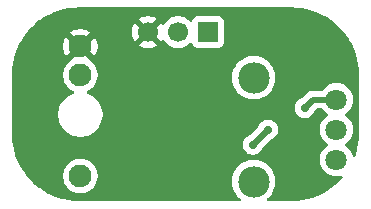
<source format=gbr>
%TF.GenerationSoftware,KiCad,Pcbnew,9.0.3-9.0.3-0~ubuntu22.04.1*%
%TF.CreationDate,2025-07-27T08:05:43-07:00*%
%TF.ProjectId,mixer-chan,6d697865-722d-4636-9861-6e2e6b696361,rev?*%
%TF.SameCoordinates,Original*%
%TF.FileFunction,Copper,L2,Bot*%
%TF.FilePolarity,Positive*%
%FSLAX46Y46*%
G04 Gerber Fmt 4.6, Leading zero omitted, Abs format (unit mm)*
G04 Created by KiCad (PCBNEW 9.0.3-9.0.3-0~ubuntu22.04.1) date 2025-07-27 08:05:43*
%MOMM*%
%LPD*%
G01*
G04 APERTURE LIST*
%TA.AperFunction,ComponentPad*%
%ADD10R,1.700000X1.700000*%
%TD*%
%TA.AperFunction,ComponentPad*%
%ADD11C,1.700000*%
%TD*%
%TA.AperFunction,ComponentPad*%
%ADD12C,1.930400*%
%TD*%
%TA.AperFunction,ComponentPad*%
%ADD13C,1.803400*%
%TD*%
%TA.AperFunction,ComponentPad*%
%ADD14C,2.667000*%
%TD*%
%TA.AperFunction,ViaPad*%
%ADD15C,0.700000*%
%TD*%
%TA.AperFunction,Conductor*%
%ADD16C,0.500000*%
%TD*%
G04 APERTURE END LIST*
D10*
%TO.P,J2,1,Pin_1*%
%TO.N,Net-(J2-Pin_1)*%
X136525000Y-84455000D03*
D11*
%TO.P,J2,2,Pin_2*%
%TO.N,/VREF_1.65V*%
X133985000Y-84455000D03*
%TO.P,J2,3,Pin_3*%
%TO.N,GND*%
X131445000Y-84455000D03*
%TD*%
D12*
%TO.P,J1,1,SIG*%
%TO.N,Net-(J1-SIG)*%
X125730000Y-96647000D03*
%TO.P,J1,2,SHEILD*%
%TO.N,GND*%
X125730000Y-85674200D03*
%TO.P,J1,3,SW*%
%TO.N,/VREF_1.65V*%
X125730000Y-88087200D03*
%TD*%
D13*
%TO.P,RV1,1,1*%
%TO.N,Net-(J1-SIG)*%
X147412243Y-90170163D03*
%TO.P,RV1,2,2*%
%TO.N,Net-(J2-Pin_1)*%
X147412243Y-92710163D03*
%TO.P,RV1,3,3*%
%TO.N,/VREF_1.65V*%
X147412243Y-95250163D03*
D14*
%TO.P,RV1,4*%
%TO.N,N/C*%
X140401843Y-88315963D03*
%TO.P,RV1,5*%
X140401843Y-97104363D03*
%TD*%
D15*
%TO.N,Net-(J1-SIG)*%
X144713584Y-90871416D03*
X140335000Y-93980000D03*
X141605000Y-92710000D03*
%TD*%
D16*
%TO.N,Net-(J1-SIG)*%
X147412243Y-90170163D02*
X145414837Y-90170163D01*
X141605000Y-92710000D02*
X140335000Y-93980000D01*
X145414837Y-90170163D02*
X144713584Y-90871416D01*
%TD*%
%TA.AperFunction,Conductor*%
%TO.N,GND*%
G36*
X143622443Y-82360596D02*
G01*
X144062304Y-82377878D01*
X144071999Y-82378640D01*
X144506780Y-82430099D01*
X144516376Y-82431620D01*
X144945764Y-82517031D01*
X144955195Y-82519295D01*
X145376553Y-82638130D01*
X145385787Y-82641130D01*
X145603588Y-82721481D01*
X145796534Y-82792663D01*
X145805528Y-82796389D01*
X146203092Y-82979667D01*
X146211768Y-82984088D01*
X146593734Y-83198000D01*
X146602036Y-83203087D01*
X146966031Y-83446301D01*
X146973905Y-83452022D01*
X147317711Y-83723056D01*
X147325102Y-83729369D01*
X147646583Y-84026543D01*
X147653456Y-84033416D01*
X147849114Y-84245077D01*
X147950625Y-84354891D01*
X147956945Y-84362291D01*
X148030031Y-84455000D01*
X148227975Y-84706091D01*
X148233698Y-84713968D01*
X148476912Y-85077963D01*
X148481999Y-85086265D01*
X148695911Y-85468231D01*
X148700332Y-85476907D01*
X148883610Y-85874471D01*
X148887336Y-85883465D01*
X149038865Y-86294199D01*
X149041873Y-86303460D01*
X149160699Y-86724787D01*
X149162972Y-86734254D01*
X149248377Y-87163613D01*
X149249901Y-87173230D01*
X149301358Y-87607995D01*
X149302121Y-87617700D01*
X149319404Y-88057555D01*
X149319500Y-88062424D01*
X149319500Y-93057575D01*
X149319404Y-93062444D01*
X149302121Y-93502299D01*
X149301358Y-93512004D01*
X149249901Y-93946769D01*
X149248377Y-93956386D01*
X149162972Y-94385745D01*
X149160699Y-94395212D01*
X149041873Y-94816539D01*
X149038865Y-94825800D01*
X149008359Y-94908490D01*
X148966687Y-94964572D01*
X148901310Y-94989223D01*
X148832985Y-94974615D01*
X148783404Y-94925386D01*
X148774092Y-94903889D01*
X148711714Y-94711907D01*
X148711713Y-94711904D01*
X148660657Y-94611703D01*
X148611512Y-94515250D01*
X148481781Y-94336691D01*
X148325715Y-94180625D01*
X148187879Y-94080481D01*
X148145213Y-94025151D01*
X148139234Y-93955538D01*
X148171840Y-93893743D01*
X148187879Y-93879845D01*
X148196188Y-93873808D01*
X148325715Y-93779701D01*
X148481781Y-93623635D01*
X148611512Y-93445076D01*
X148711713Y-93248421D01*
X148779916Y-93038512D01*
X148814443Y-92820519D01*
X148814443Y-92599807D01*
X148779916Y-92381814D01*
X148711713Y-92171905D01*
X148711713Y-92171904D01*
X148611511Y-91975249D01*
X148481781Y-91796691D01*
X148325715Y-91640625D01*
X148187879Y-91540481D01*
X148145213Y-91485151D01*
X148139234Y-91415538D01*
X148171840Y-91353743D01*
X148187879Y-91339845D01*
X148196188Y-91333808D01*
X148325715Y-91239701D01*
X148481781Y-91083635D01*
X148611512Y-90905076D01*
X148711713Y-90708421D01*
X148779916Y-90498512D01*
X148814443Y-90280519D01*
X148814443Y-90059807D01*
X148779916Y-89841814D01*
X148745814Y-89736859D01*
X148711714Y-89631907D01*
X148711713Y-89631904D01*
X148647091Y-89505078D01*
X148611512Y-89435250D01*
X148481781Y-89256691D01*
X148325715Y-89100625D01*
X148147156Y-88970894D01*
X147950501Y-88870692D01*
X147950498Y-88870691D01*
X147740593Y-88802490D01*
X147631595Y-88785226D01*
X147522599Y-88767963D01*
X147301887Y-88767963D01*
X147229222Y-88779472D01*
X147083892Y-88802490D01*
X146873987Y-88870691D01*
X146873984Y-88870692D01*
X146677329Y-88970894D01*
X146579406Y-89042040D01*
X146498771Y-89100625D01*
X146498769Y-89100627D01*
X146498768Y-89100627D01*
X146342707Y-89256688D01*
X146342702Y-89256694D01*
X146261436Y-89368548D01*
X146206106Y-89411214D01*
X146161118Y-89419663D01*
X145340913Y-89419663D01*
X145312079Y-89425397D01*
X145312080Y-89425398D01*
X145195930Y-89448502D01*
X145195920Y-89448505D01*
X145115918Y-89481642D01*
X145115919Y-89481643D01*
X145059343Y-89505078D01*
X145025341Y-89527798D01*
X144936419Y-89587212D01*
X144490676Y-90032955D01*
X144450448Y-90059835D01*
X144310723Y-90117711D01*
X144171421Y-90210789D01*
X144052957Y-90329253D01*
X143959879Y-90468555D01*
X143895768Y-90623333D01*
X143895766Y-90623341D01*
X143863084Y-90787644D01*
X143863084Y-90955187D01*
X143895766Y-91119490D01*
X143895768Y-91119498D01*
X143959879Y-91274276D01*
X144052957Y-91413578D01*
X144171421Y-91532042D01*
X144217625Y-91562914D01*
X144310721Y-91625119D01*
X144465502Y-91689232D01*
X144629812Y-91721915D01*
X144629816Y-91721916D01*
X144629817Y-91721916D01*
X144797352Y-91721916D01*
X144797353Y-91721915D01*
X144961666Y-91689232D01*
X145116447Y-91625119D01*
X145255746Y-91532042D01*
X145374210Y-91413578D01*
X145467287Y-91274279D01*
X145525166Y-91134546D01*
X145529796Y-91127616D01*
X145530894Y-91122573D01*
X145552038Y-91094327D01*
X145689386Y-90956980D01*
X145750709Y-90923497D01*
X145777066Y-90920663D01*
X146161118Y-90920663D01*
X146228157Y-90940348D01*
X146261436Y-90971778D01*
X146342705Y-91083635D01*
X146498771Y-91239701D01*
X146627485Y-91333218D01*
X146636607Y-91339845D01*
X146679272Y-91395175D01*
X146685251Y-91464789D01*
X146652645Y-91526584D01*
X146636606Y-91540481D01*
X146498771Y-91640625D01*
X146498769Y-91640627D01*
X146498768Y-91640627D01*
X146342707Y-91796688D01*
X146342707Y-91796689D01*
X146342705Y-91796691D01*
X146286990Y-91873375D01*
X146212974Y-91975249D01*
X146112772Y-92171904D01*
X146112771Y-92171907D01*
X146044570Y-92381812D01*
X146010043Y-92599807D01*
X146010043Y-92820518D01*
X146044570Y-93038513D01*
X146112771Y-93248418D01*
X146112772Y-93248421D01*
X146209286Y-93437838D01*
X146212974Y-93445076D01*
X146342705Y-93623635D01*
X146498771Y-93779701D01*
X146627485Y-93873218D01*
X146636607Y-93879845D01*
X146679272Y-93935175D01*
X146685251Y-94004789D01*
X146652645Y-94066584D01*
X146636606Y-94080481D01*
X146498771Y-94180625D01*
X146498769Y-94180627D01*
X146498768Y-94180627D01*
X146342707Y-94336688D01*
X146342707Y-94336689D01*
X146342705Y-94336691D01*
X146300187Y-94395212D01*
X146212974Y-94515249D01*
X146112772Y-94711904D01*
X146112771Y-94711907D01*
X146044570Y-94921812D01*
X146010043Y-95139807D01*
X146010043Y-95360518D01*
X146044570Y-95578513D01*
X146112771Y-95788418D01*
X146112772Y-95788421D01*
X146212974Y-95985076D01*
X146342705Y-96163635D01*
X146498771Y-96319701D01*
X146677330Y-96449432D01*
X146773783Y-96498577D01*
X146873984Y-96549633D01*
X146873987Y-96549634D01*
X146978939Y-96583734D01*
X147083894Y-96617836D01*
X147301887Y-96652363D01*
X147301888Y-96652363D01*
X147522598Y-96652363D01*
X147522599Y-96652363D01*
X147740592Y-96617836D01*
X147783433Y-96603915D01*
X147853273Y-96601919D01*
X147913106Y-96637998D01*
X147943935Y-96700699D01*
X147935972Y-96770113D01*
X147912808Y-96806017D01*
X147653462Y-97086577D01*
X147646577Y-97093462D01*
X147325108Y-97390625D01*
X147317705Y-97396948D01*
X146973908Y-97667975D01*
X146966031Y-97673698D01*
X146602036Y-97916912D01*
X146593734Y-97921999D01*
X146211768Y-98135911D01*
X146203092Y-98140332D01*
X145805528Y-98323610D01*
X145796534Y-98327336D01*
X145385800Y-98478865D01*
X145376539Y-98481873D01*
X144955212Y-98600699D01*
X144945745Y-98602972D01*
X144516386Y-98688377D01*
X144506769Y-98689901D01*
X144072004Y-98741358D01*
X144062299Y-98742121D01*
X143638672Y-98758766D01*
X143622442Y-98759404D01*
X143617575Y-98759500D01*
X141622794Y-98759500D01*
X141555755Y-98739815D01*
X141510000Y-98687011D01*
X141500056Y-98617853D01*
X141529081Y-98554297D01*
X141547308Y-98537124D01*
X141585145Y-98508089D01*
X141613678Y-98486196D01*
X141783676Y-98316198D01*
X141930030Y-98125465D01*
X142050237Y-97917261D01*
X142142239Y-97695148D01*
X142204463Y-97462926D01*
X142235843Y-97224570D01*
X142235843Y-96984156D01*
X142204463Y-96745800D01*
X142142239Y-96513578D01*
X142050237Y-96291465D01*
X142050235Y-96291462D01*
X142050233Y-96291457D01*
X141930034Y-96083268D01*
X141930030Y-96083261D01*
X141783676Y-95892528D01*
X141783671Y-95892522D01*
X141613683Y-95722534D01*
X141613676Y-95722528D01*
X141422953Y-95576182D01*
X141422951Y-95576180D01*
X141422945Y-95576176D01*
X141422940Y-95576173D01*
X141422937Y-95576171D01*
X141214748Y-95455972D01*
X141214737Y-95455967D01*
X140992632Y-95363968D01*
X140760402Y-95301742D01*
X140522060Y-95270364D01*
X140522055Y-95270363D01*
X140522050Y-95270363D01*
X140281636Y-95270363D01*
X140281630Y-95270363D01*
X140281625Y-95270364D01*
X140043283Y-95301742D01*
X139811053Y-95363968D01*
X139588948Y-95455967D01*
X139588937Y-95455972D01*
X139380748Y-95576171D01*
X139380732Y-95576182D01*
X139190009Y-95722528D01*
X139190002Y-95722534D01*
X139020014Y-95892522D01*
X139020008Y-95892529D01*
X138873662Y-96083252D01*
X138873651Y-96083268D01*
X138753452Y-96291457D01*
X138753447Y-96291468D01*
X138661448Y-96513573D01*
X138599222Y-96745803D01*
X138567844Y-96984145D01*
X138567843Y-96984162D01*
X138567843Y-97224563D01*
X138567844Y-97224580D01*
X138590536Y-97396948D01*
X138599223Y-97462926D01*
X138630335Y-97579037D01*
X138661448Y-97695152D01*
X138753447Y-97917257D01*
X138753452Y-97917268D01*
X138873651Y-98125457D01*
X138873662Y-98125473D01*
X139020008Y-98316196D01*
X139020014Y-98316203D01*
X139190002Y-98486191D01*
X139190009Y-98486197D01*
X139256378Y-98537124D01*
X139297581Y-98593552D01*
X139301736Y-98663298D01*
X139267524Y-98724218D01*
X139205806Y-98756971D01*
X139180892Y-98759500D01*
X125622425Y-98759500D01*
X125617557Y-98759404D01*
X125600399Y-98758729D01*
X125177700Y-98742121D01*
X125167995Y-98741358D01*
X124733230Y-98689901D01*
X124723613Y-98688377D01*
X124294254Y-98602972D01*
X124284787Y-98600699D01*
X123863460Y-98481873D01*
X123854199Y-98478865D01*
X123443465Y-98327336D01*
X123434471Y-98323610D01*
X123036907Y-98140332D01*
X123028231Y-98135911D01*
X122646265Y-97921999D01*
X122637963Y-97916912D01*
X122273968Y-97673698D01*
X122266091Y-97667975D01*
X121922294Y-97396948D01*
X121914891Y-97390625D01*
X121735254Y-97224570D01*
X121593416Y-97093456D01*
X121586543Y-97086583D01*
X121289369Y-96765102D01*
X121283051Y-96757704D01*
X121161522Y-96603545D01*
X121161520Y-96603543D01*
X121104842Y-96531647D01*
X124264300Y-96531647D01*
X124264300Y-96762353D01*
X124265529Y-96770113D01*
X124300390Y-96990219D01*
X124332862Y-97090155D01*
X124371683Y-97209633D01*
X124476421Y-97415194D01*
X124612027Y-97601839D01*
X124775161Y-97764973D01*
X124961806Y-97900579D01*
X125167367Y-98005317D01*
X125344850Y-98062984D01*
X125386780Y-98076609D01*
X125500714Y-98094654D01*
X125614647Y-98112700D01*
X125614648Y-98112700D01*
X125845352Y-98112700D01*
X125845353Y-98112700D01*
X126073219Y-98076609D01*
X126292633Y-98005317D01*
X126498194Y-97900579D01*
X126684839Y-97764973D01*
X126847973Y-97601839D01*
X126983579Y-97415194D01*
X127088317Y-97209633D01*
X127159609Y-96990219D01*
X127195700Y-96762353D01*
X127195700Y-96531647D01*
X127159609Y-96303781D01*
X127155607Y-96291465D01*
X127114073Y-96163637D01*
X127088317Y-96084367D01*
X126983579Y-95878806D01*
X126847973Y-95692161D01*
X126684839Y-95529027D01*
X126498194Y-95393421D01*
X126292633Y-95288683D01*
X126202264Y-95259320D01*
X126073219Y-95217390D01*
X125876508Y-95186234D01*
X125845353Y-95181300D01*
X125614647Y-95181300D01*
X125587239Y-95185641D01*
X125386780Y-95217390D01*
X125223750Y-95270363D01*
X125167367Y-95288683D01*
X125167364Y-95288684D01*
X125167362Y-95288685D01*
X124961805Y-95393421D01*
X124933605Y-95413910D01*
X124775161Y-95529027D01*
X124775159Y-95529029D01*
X124775158Y-95529029D01*
X124612029Y-95692158D01*
X124612029Y-95692159D01*
X124612027Y-95692161D01*
X124589964Y-95722528D01*
X124476421Y-95878805D01*
X124371685Y-96084362D01*
X124300390Y-96303780D01*
X124267163Y-96513573D01*
X124264300Y-96531647D01*
X121104842Y-96531647D01*
X121012022Y-96413905D01*
X121006301Y-96406031D01*
X120763087Y-96042036D01*
X120758000Y-96033734D01*
X120544088Y-95651768D01*
X120539667Y-95643092D01*
X120356389Y-95245528D01*
X120352663Y-95236534D01*
X120316978Y-95139807D01*
X120201130Y-94825787D01*
X120198130Y-94816553D01*
X120079295Y-94395195D01*
X120077031Y-94385764D01*
X119991620Y-93956376D01*
X119990098Y-93946768D01*
X119985121Y-93904714D01*
X119984117Y-93896228D01*
X139484500Y-93896228D01*
X139484500Y-94063771D01*
X139517182Y-94228074D01*
X139517184Y-94228082D01*
X139581295Y-94382860D01*
X139674373Y-94522162D01*
X139792837Y-94640626D01*
X139869471Y-94691831D01*
X139932137Y-94733703D01*
X140086918Y-94797816D01*
X140251228Y-94830499D01*
X140251232Y-94830500D01*
X140251233Y-94830500D01*
X140418768Y-94830500D01*
X140418769Y-94830499D01*
X140583082Y-94797816D01*
X140737863Y-94733703D01*
X140877162Y-94640626D01*
X140995626Y-94522162D01*
X141088703Y-94382863D01*
X141146582Y-94243130D01*
X141173458Y-94202907D01*
X141827907Y-93548458D01*
X141868130Y-93521582D01*
X142007863Y-93463703D01*
X142147162Y-93370626D01*
X142265626Y-93252162D01*
X142358703Y-93112863D01*
X142422816Y-92958082D01*
X142455500Y-92793767D01*
X142455500Y-92626233D01*
X142422816Y-92461918D01*
X142358703Y-92307137D01*
X142268345Y-92171907D01*
X142265626Y-92167837D01*
X142147162Y-92049373D01*
X142007860Y-91956295D01*
X141853082Y-91892184D01*
X141853074Y-91892182D01*
X141688771Y-91859500D01*
X141688767Y-91859500D01*
X141521233Y-91859500D01*
X141521228Y-91859500D01*
X141356925Y-91892182D01*
X141356917Y-91892184D01*
X141202139Y-91956295D01*
X141062837Y-92049373D01*
X140944373Y-92167837D01*
X140851295Y-92307139D01*
X140793419Y-92446864D01*
X140766539Y-92487092D01*
X140112092Y-93141539D01*
X140071864Y-93168419D01*
X139932139Y-93226295D01*
X139792837Y-93319373D01*
X139674373Y-93437837D01*
X139581295Y-93577139D01*
X139517184Y-93731917D01*
X139517182Y-93731925D01*
X139484500Y-93896228D01*
X119984117Y-93896228D01*
X119970325Y-93779701D01*
X119938640Y-93511997D01*
X119937878Y-93502298D01*
X119935345Y-93437838D01*
X119920596Y-93062443D01*
X119920500Y-93057575D01*
X119920500Y-91317092D01*
X123854700Y-91317092D01*
X123854700Y-91562907D01*
X123854701Y-91562923D01*
X123886785Y-91806627D01*
X123886786Y-91806632D01*
X123886787Y-91806638D01*
X123950411Y-92044089D01*
X124042990Y-92267592D01*
X124044489Y-92271211D01*
X124044490Y-92271212D01*
X124167398Y-92484095D01*
X124317047Y-92679122D01*
X124317053Y-92679129D01*
X124490870Y-92852946D01*
X124490877Y-92852952D01*
X124685904Y-93002601D01*
X124898787Y-93125509D01*
X124898788Y-93125510D01*
X124898791Y-93125511D01*
X124898796Y-93125514D01*
X125125911Y-93219589D01*
X125363362Y-93283213D01*
X125607086Y-93315300D01*
X125607093Y-93315300D01*
X125852907Y-93315300D01*
X125852914Y-93315300D01*
X126096638Y-93283213D01*
X126334089Y-93219589D01*
X126561204Y-93125514D01*
X126774096Y-93002601D01*
X126969124Y-92852951D01*
X127142951Y-92679124D01*
X127292601Y-92484096D01*
X127415514Y-92271204D01*
X127509589Y-92044089D01*
X127573213Y-91806638D01*
X127605300Y-91562914D01*
X127605300Y-91317086D01*
X127573213Y-91073362D01*
X127509589Y-90835911D01*
X127415514Y-90608796D01*
X127415511Y-90608791D01*
X127415510Y-90608788D01*
X127415509Y-90608787D01*
X127292601Y-90395904D01*
X127142952Y-90200877D01*
X127142946Y-90200870D01*
X126969129Y-90027053D01*
X126969122Y-90027047D01*
X126774095Y-89877398D01*
X126561212Y-89754490D01*
X126561211Y-89754489D01*
X126561204Y-89754486D01*
X126334089Y-89660411D01*
X126334086Y-89660410D01*
X126330339Y-89658858D01*
X126330720Y-89657936D01*
X126277230Y-89620309D01*
X126250888Y-89555596D01*
X126263714Y-89486913D01*
X126311637Y-89436069D01*
X126317953Y-89432615D01*
X126498194Y-89340779D01*
X126684839Y-89205173D01*
X126847973Y-89042039D01*
X126983579Y-88855394D01*
X127088317Y-88649833D01*
X127159609Y-88430419D01*
X127195700Y-88202553D01*
X127195700Y-88195762D01*
X138567843Y-88195762D01*
X138567843Y-88436163D01*
X138567844Y-88436180D01*
X138595972Y-88649837D01*
X138599223Y-88674526D01*
X138630335Y-88790637D01*
X138661448Y-88906752D01*
X138753447Y-89128857D01*
X138753452Y-89128868D01*
X138873651Y-89337057D01*
X138873662Y-89337073D01*
X139020008Y-89527796D01*
X139020014Y-89527803D01*
X139190002Y-89697791D01*
X139190008Y-89697796D01*
X139380741Y-89844150D01*
X139380748Y-89844154D01*
X139588937Y-89964353D01*
X139588942Y-89964355D01*
X139588945Y-89964357D01*
X139811058Y-90056359D01*
X140043280Y-90118583D01*
X140281636Y-90149963D01*
X140281643Y-90149963D01*
X140522043Y-90149963D01*
X140522050Y-90149963D01*
X140760406Y-90118583D01*
X140992628Y-90056359D01*
X141214741Y-89964357D01*
X141422945Y-89844150D01*
X141613678Y-89697796D01*
X141783676Y-89527798D01*
X141930030Y-89337065D01*
X142050237Y-89128861D01*
X142142239Y-88906748D01*
X142204463Y-88674526D01*
X142235843Y-88436170D01*
X142235843Y-88195756D01*
X142204463Y-87957400D01*
X142142239Y-87725178D01*
X142050237Y-87503065D01*
X142050235Y-87503062D01*
X142050233Y-87503057D01*
X141930034Y-87294868D01*
X141930030Y-87294861D01*
X141805340Y-87132361D01*
X141783677Y-87104129D01*
X141783671Y-87104122D01*
X141613683Y-86934134D01*
X141613676Y-86934128D01*
X141422953Y-86787782D01*
X141422951Y-86787780D01*
X141422945Y-86787776D01*
X141422940Y-86787773D01*
X141422937Y-86787771D01*
X141214748Y-86667572D01*
X141214737Y-86667567D01*
X140992632Y-86575568D01*
X140760402Y-86513342D01*
X140522060Y-86481964D01*
X140522055Y-86481963D01*
X140522050Y-86481963D01*
X140281636Y-86481963D01*
X140281630Y-86481963D01*
X140281625Y-86481964D01*
X140043283Y-86513342D01*
X139811053Y-86575568D01*
X139588948Y-86667567D01*
X139588937Y-86667572D01*
X139380748Y-86787771D01*
X139380732Y-86787782D01*
X139190009Y-86934128D01*
X139190002Y-86934134D01*
X139020014Y-87104122D01*
X139020008Y-87104129D01*
X138873662Y-87294852D01*
X138873651Y-87294868D01*
X138753452Y-87503057D01*
X138753447Y-87503068D01*
X138661448Y-87725173D01*
X138599222Y-87957403D01*
X138567844Y-88195745D01*
X138567843Y-88195762D01*
X127195700Y-88195762D01*
X127195700Y-87971847D01*
X127159609Y-87743981D01*
X127088317Y-87524567D01*
X126983579Y-87319006D01*
X126847973Y-87132361D01*
X126684839Y-86969227D01*
X126629114Y-86928740D01*
X126615672Y-86911307D01*
X126614614Y-86912366D01*
X125814094Y-86111847D01*
X125901571Y-86088408D01*
X126002930Y-86029889D01*
X126085689Y-85947130D01*
X126144208Y-85845771D01*
X126167647Y-85758295D01*
X126927744Y-86518392D01*
X126927744Y-86518391D01*
X126983151Y-86442130D01*
X126983155Y-86442124D01*
X127087852Y-86236646D01*
X127159122Y-86017302D01*
X127195200Y-85789519D01*
X127195200Y-85558881D01*
X127192591Y-85542410D01*
X127192591Y-85542409D01*
X127159122Y-85331097D01*
X127087852Y-85111753D01*
X126983151Y-84906267D01*
X126927744Y-84830007D01*
X126927744Y-84830006D01*
X126167647Y-85590104D01*
X126144208Y-85502629D01*
X126085689Y-85401270D01*
X126002930Y-85318511D01*
X125901571Y-85259992D01*
X125814093Y-85236552D01*
X126574192Y-84476454D01*
X126574191Y-84476452D01*
X126529821Y-84444215D01*
X126529798Y-84444200D01*
X126497931Y-84421047D01*
X126356046Y-84348753D01*
X130095000Y-84348753D01*
X130095000Y-84561246D01*
X130128242Y-84771127D01*
X130128242Y-84771130D01*
X130193904Y-84973217D01*
X130290375Y-85162550D01*
X130329728Y-85216716D01*
X130962037Y-84584408D01*
X130979075Y-84647993D01*
X131044901Y-84762007D01*
X131137993Y-84855099D01*
X131252007Y-84920925D01*
X131315590Y-84937962D01*
X130683282Y-85570269D01*
X130683282Y-85570270D01*
X130737449Y-85609624D01*
X130926782Y-85706095D01*
X131128870Y-85771757D01*
X131338754Y-85805000D01*
X131551246Y-85805000D01*
X131761127Y-85771757D01*
X131761130Y-85771757D01*
X131963217Y-85706095D01*
X132152554Y-85609622D01*
X132206716Y-85570270D01*
X132206717Y-85570270D01*
X131574408Y-84937962D01*
X131637993Y-84920925D01*
X131752007Y-84855099D01*
X131845099Y-84762007D01*
X131910925Y-84647993D01*
X131927962Y-84584408D01*
X132560270Y-85216717D01*
X132560270Y-85216716D01*
X132599622Y-85162555D01*
X132604232Y-85153507D01*
X132652205Y-85102709D01*
X132720025Y-85085912D01*
X132786161Y-85108447D01*
X132825204Y-85153504D01*
X132829949Y-85162817D01*
X132954890Y-85334786D01*
X133105213Y-85485109D01*
X133277179Y-85610048D01*
X133277181Y-85610049D01*
X133277184Y-85610051D01*
X133466588Y-85706557D01*
X133668757Y-85772246D01*
X133878713Y-85805500D01*
X133878714Y-85805500D01*
X134091286Y-85805500D01*
X134091287Y-85805500D01*
X134301243Y-85772246D01*
X134503412Y-85706557D01*
X134692816Y-85610051D01*
X134864792Y-85485104D01*
X134978329Y-85371566D01*
X135039648Y-85338084D01*
X135109340Y-85343068D01*
X135165274Y-85384939D01*
X135182189Y-85415917D01*
X135231202Y-85547328D01*
X135231206Y-85547335D01*
X135317452Y-85662544D01*
X135317455Y-85662547D01*
X135432664Y-85748793D01*
X135432671Y-85748797D01*
X135567517Y-85799091D01*
X135567516Y-85799091D01*
X135574444Y-85799835D01*
X135627127Y-85805500D01*
X137422872Y-85805499D01*
X137482483Y-85799091D01*
X137617331Y-85748796D01*
X137732546Y-85662546D01*
X137818796Y-85547331D01*
X137869091Y-85412483D01*
X137875500Y-85352873D01*
X137875499Y-83557128D01*
X137869091Y-83497517D01*
X137867810Y-83494083D01*
X137818797Y-83362671D01*
X137818793Y-83362664D01*
X137732547Y-83247455D01*
X137732544Y-83247452D01*
X137617335Y-83161206D01*
X137617328Y-83161202D01*
X137482482Y-83110908D01*
X137482483Y-83110908D01*
X137422883Y-83104501D01*
X137422881Y-83104500D01*
X137422873Y-83104500D01*
X137422864Y-83104500D01*
X135627129Y-83104500D01*
X135627123Y-83104501D01*
X135567516Y-83110908D01*
X135432671Y-83161202D01*
X135432664Y-83161206D01*
X135317455Y-83247452D01*
X135317452Y-83247455D01*
X135231206Y-83362664D01*
X135231203Y-83362669D01*
X135182189Y-83494083D01*
X135140317Y-83550016D01*
X135074853Y-83574433D01*
X135006580Y-83559581D01*
X134978326Y-83538430D01*
X134864786Y-83424890D01*
X134692820Y-83299951D01*
X134503414Y-83203444D01*
X134503413Y-83203443D01*
X134503412Y-83203443D01*
X134301243Y-83137754D01*
X134301241Y-83137753D01*
X134301240Y-83137753D01*
X134139957Y-83112208D01*
X134091287Y-83104500D01*
X133878713Y-83104500D01*
X133830042Y-83112208D01*
X133668760Y-83137753D01*
X133466585Y-83203444D01*
X133277179Y-83299951D01*
X133105213Y-83424890D01*
X132954890Y-83575213D01*
X132829949Y-83747182D01*
X132825202Y-83756499D01*
X132777227Y-83807293D01*
X132709405Y-83824087D01*
X132643271Y-83801548D01*
X132604234Y-83756495D01*
X132599626Y-83747452D01*
X132560270Y-83693282D01*
X132560269Y-83693282D01*
X131927962Y-84325590D01*
X131910925Y-84262007D01*
X131845099Y-84147993D01*
X131752007Y-84054901D01*
X131637993Y-83989075D01*
X131574409Y-83972037D01*
X132206716Y-83339728D01*
X132152550Y-83300375D01*
X131963217Y-83203904D01*
X131761129Y-83138242D01*
X131551246Y-83105000D01*
X131338754Y-83105000D01*
X131128872Y-83138242D01*
X131128869Y-83138242D01*
X130926782Y-83203904D01*
X130737439Y-83300380D01*
X130683282Y-83339727D01*
X130683282Y-83339728D01*
X131315591Y-83972037D01*
X131252007Y-83989075D01*
X131137993Y-84054901D01*
X131044901Y-84147993D01*
X130979075Y-84262007D01*
X130962037Y-84325591D01*
X130329728Y-83693282D01*
X130329727Y-83693282D01*
X130290380Y-83747439D01*
X130193904Y-83936782D01*
X130128242Y-84138869D01*
X130128242Y-84138872D01*
X130095000Y-84348753D01*
X126356046Y-84348753D01*
X126292446Y-84316347D01*
X126073102Y-84245077D01*
X125845319Y-84209000D01*
X125614681Y-84209000D01*
X125386897Y-84245077D01*
X125167553Y-84316347D01*
X124962069Y-84421047D01*
X124885807Y-84476454D01*
X125645906Y-85236552D01*
X125558429Y-85259992D01*
X125457070Y-85318511D01*
X125374311Y-85401270D01*
X125315792Y-85502629D01*
X125292352Y-85590105D01*
X124532254Y-84830007D01*
X124476847Y-84906269D01*
X124372147Y-85111753D01*
X124300877Y-85331097D01*
X124264800Y-85558880D01*
X124264800Y-85789519D01*
X124300877Y-86017302D01*
X124372147Y-86236646D01*
X124476850Y-86442135D01*
X124532253Y-86518391D01*
X124532254Y-86518392D01*
X125292352Y-85758294D01*
X125315792Y-85845771D01*
X125374311Y-85947130D01*
X125457070Y-86029889D01*
X125558429Y-86088408D01*
X125645905Y-86111847D01*
X124845385Y-86912366D01*
X124845273Y-86912254D01*
X124830885Y-86928740D01*
X124775161Y-86969226D01*
X124612029Y-87132358D01*
X124612029Y-87132359D01*
X124612027Y-87132361D01*
X124589321Y-87163613D01*
X124476421Y-87319005D01*
X124371685Y-87524562D01*
X124300390Y-87743980D01*
X124264300Y-87971847D01*
X124264300Y-88202552D01*
X124300390Y-88430419D01*
X124342320Y-88559464D01*
X124371683Y-88649833D01*
X124476421Y-88855394D01*
X124612027Y-89042039D01*
X124775161Y-89205173D01*
X124961806Y-89340779D01*
X125142038Y-89432611D01*
X125192834Y-89480585D01*
X125209629Y-89548406D01*
X125187092Y-89614541D01*
X125132377Y-89657993D01*
X125126155Y-89660309D01*
X124898788Y-89754489D01*
X124898787Y-89754490D01*
X124685904Y-89877398D01*
X124490877Y-90027047D01*
X124490870Y-90027053D01*
X124317053Y-90200870D01*
X124317047Y-90200877D01*
X124167398Y-90395904D01*
X124044490Y-90608787D01*
X124044489Y-90608788D01*
X123950414Y-90835904D01*
X123950409Y-90835917D01*
X123886788Y-91073359D01*
X123886785Y-91073372D01*
X123854701Y-91317076D01*
X123854700Y-91317092D01*
X119920500Y-91317092D01*
X119920500Y-88062424D01*
X119920596Y-88057556D01*
X119929763Y-87824252D01*
X119937878Y-87617693D01*
X119938641Y-87607995D01*
X119990100Y-87173215D01*
X119991619Y-87163627D01*
X120077032Y-86734230D01*
X120079294Y-86724810D01*
X120198132Y-86303438D01*
X120201127Y-86294219D01*
X120352666Y-85883456D01*
X120356389Y-85874470D01*
X120539677Y-85476884D01*
X120544088Y-85468231D01*
X120758000Y-85086265D01*
X120763087Y-85077963D01*
X120833076Y-84973217D01*
X121006311Y-84713953D01*
X121012012Y-84706106D01*
X121283068Y-84362273D01*
X121289357Y-84354909D01*
X121586556Y-84033402D01*
X121593402Y-84026556D01*
X121914909Y-83729357D01*
X121922275Y-83723066D01*
X122266106Y-83452012D01*
X122273953Y-83446311D01*
X122637965Y-83203085D01*
X122646265Y-83198000D01*
X123028231Y-82984088D01*
X123036894Y-82979673D01*
X123434471Y-82796389D01*
X123443456Y-82792666D01*
X123854219Y-82641127D01*
X123863438Y-82638132D01*
X124284810Y-82519294D01*
X124294230Y-82517032D01*
X124723627Y-82431619D01*
X124733215Y-82430100D01*
X125168002Y-82378640D01*
X125177693Y-82377878D01*
X125617557Y-82360596D01*
X125622425Y-82360500D01*
X125667595Y-82360500D01*
X143572405Y-82360500D01*
X143617575Y-82360500D01*
X143622443Y-82360596D01*
G37*
%TD.AperFunction*%
%TD*%
M02*

</source>
